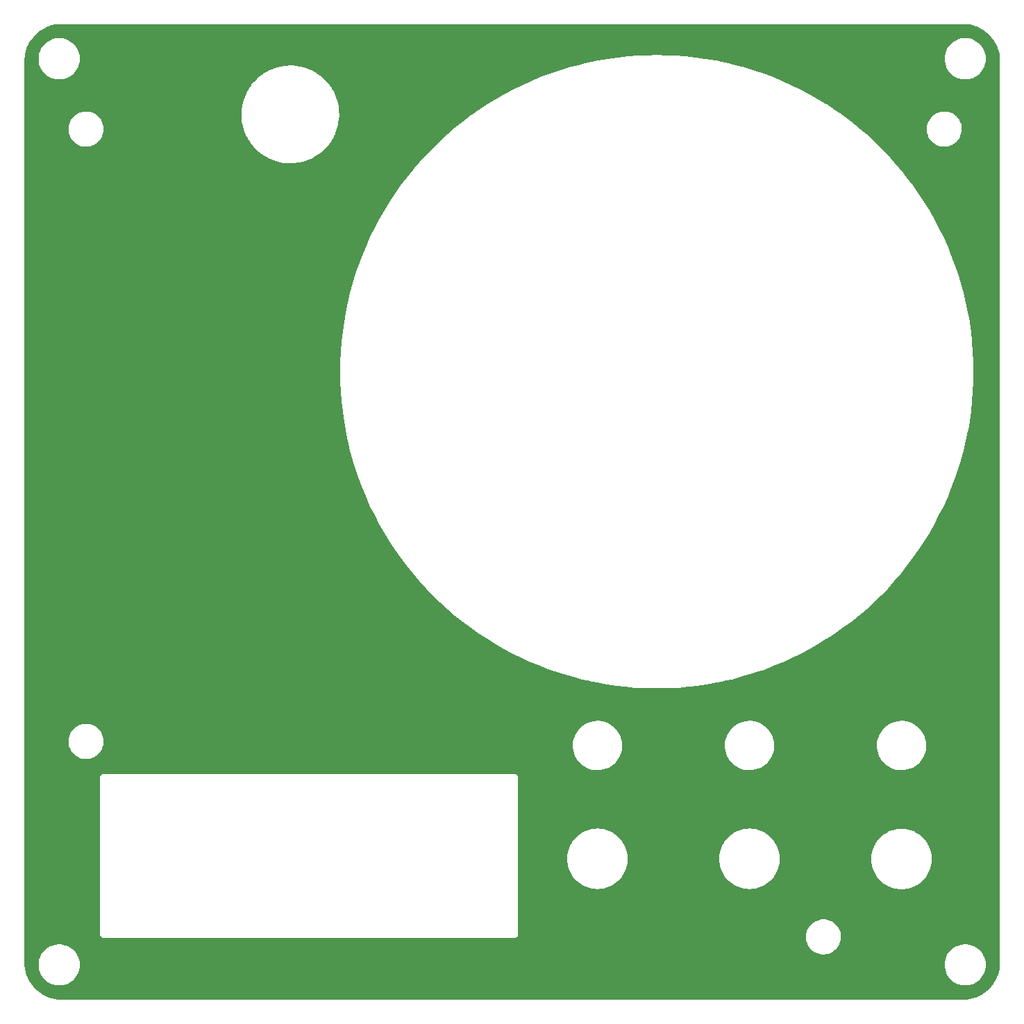
<source format=gbr>
%TF.GenerationSoftware,KiCad,Pcbnew,6.0.11+dfsg-1*%
%TF.CreationDate,2024-04-25T19:10:47-07:00*%
%TF.ProjectId,top_plate,746f705f-706c-4617-9465-2e6b69636164,rev?*%
%TF.SameCoordinates,Original*%
%TF.FileFunction,Copper,L2,Bot*%
%TF.FilePolarity,Positive*%
%FSLAX46Y46*%
G04 Gerber Fmt 4.6, Leading zero omitted, Abs format (unit mm)*
G04 Created by KiCad (PCBNEW 6.0.11+dfsg-1) date 2024-04-25 19:10:47*
%MOMM*%
%LPD*%
G01*
G04 APERTURE LIST*
G04 APERTURE END LIST*
%TA.AperFunction,NonConductor*%
G36*
X145154018Y-45238000D02*
G01*
X145168851Y-45240310D01*
X145168855Y-45240310D01*
X145177724Y-45241691D01*
X145198183Y-45239016D01*
X145220007Y-45238072D01*
X145569965Y-45253352D01*
X145580913Y-45254310D01*
X145958498Y-45304019D01*
X145969307Y-45305926D01*
X146341114Y-45388353D01*
X146351731Y-45391198D01*
X146714939Y-45505718D01*
X146725254Y-45509471D01*
X147077123Y-45655220D01*
X147087067Y-45659858D01*
X147424867Y-45835705D01*
X147434387Y-45841201D01*
X147755574Y-46045820D01*
X147764578Y-46052124D01*
X148066716Y-46283962D01*
X148075137Y-46291028D01*
X148355914Y-46548314D01*
X148363686Y-46556086D01*
X148620972Y-46836863D01*
X148628038Y-46845284D01*
X148859876Y-47147422D01*
X148866180Y-47156426D01*
X149070799Y-47477613D01*
X149076294Y-47487132D01*
X149216997Y-47757418D01*
X149252138Y-47824924D01*
X149256780Y-47834877D01*
X149402526Y-48186739D01*
X149406282Y-48197061D01*
X149519616Y-48556507D01*
X149520802Y-48560268D01*
X149523647Y-48570886D01*
X149606073Y-48942685D01*
X149607981Y-48953502D01*
X149644961Y-49234399D01*
X149657690Y-49331086D01*
X149658648Y-49342036D01*
X149673603Y-49684552D01*
X149672223Y-49709429D01*
X149670309Y-49721724D01*
X149671473Y-49730626D01*
X149671473Y-49730628D01*
X149674436Y-49753283D01*
X149675500Y-49769621D01*
X149675500Y-159678633D01*
X149674000Y-159698018D01*
X149671690Y-159712851D01*
X149671690Y-159712855D01*
X149670309Y-159721724D01*
X149672984Y-159742183D01*
X149673928Y-159764007D01*
X149664412Y-159981958D01*
X149658648Y-160113964D01*
X149657690Y-160124913D01*
X149618313Y-160424019D01*
X149607982Y-160502490D01*
X149606073Y-160513315D01*
X149523647Y-160885114D01*
X149520802Y-160895731D01*
X149427321Y-161192216D01*
X149406285Y-161258932D01*
X149402529Y-161269254D01*
X149299439Y-161518136D01*
X149256784Y-161621114D01*
X149252142Y-161631067D01*
X149103305Y-161916982D01*
X149076295Y-161968867D01*
X149070799Y-161978387D01*
X148866180Y-162299574D01*
X148859876Y-162308578D01*
X148628038Y-162610716D01*
X148620972Y-162619137D01*
X148363686Y-162899914D01*
X148355914Y-162907686D01*
X148075137Y-163164972D01*
X148066716Y-163172038D01*
X147764578Y-163403876D01*
X147755574Y-163410180D01*
X147434387Y-163614799D01*
X147424868Y-163620294D01*
X147087067Y-163796142D01*
X147077123Y-163800780D01*
X146725254Y-163946529D01*
X146714939Y-163950282D01*
X146351732Y-164064802D01*
X146341115Y-164067647D01*
X145969307Y-164150074D01*
X145958498Y-164151981D01*
X145580914Y-164201690D01*
X145569965Y-164202648D01*
X145227446Y-164217603D01*
X145202571Y-164216223D01*
X145190276Y-164214309D01*
X145181374Y-164215473D01*
X145181372Y-164215473D01*
X145166323Y-164217441D01*
X145158714Y-164218436D01*
X145142379Y-164219500D01*
X35233367Y-164219500D01*
X35213982Y-164218000D01*
X35199149Y-164215690D01*
X35199145Y-164215690D01*
X35190276Y-164214309D01*
X35169817Y-164216984D01*
X35147993Y-164217928D01*
X34798035Y-164202648D01*
X34787086Y-164201690D01*
X34409502Y-164151981D01*
X34398693Y-164150074D01*
X34026885Y-164067647D01*
X34016268Y-164064802D01*
X33653061Y-163950282D01*
X33642746Y-163946529D01*
X33290877Y-163800780D01*
X33280933Y-163796142D01*
X32943132Y-163620294D01*
X32933613Y-163614799D01*
X32612426Y-163410180D01*
X32603422Y-163403876D01*
X32301284Y-163172038D01*
X32292863Y-163164972D01*
X32012086Y-162907686D01*
X32004314Y-162899914D01*
X31747028Y-162619137D01*
X31739962Y-162610716D01*
X31508124Y-162308578D01*
X31501820Y-162299574D01*
X31297201Y-161978387D01*
X31291705Y-161968867D01*
X31264695Y-161916982D01*
X31115858Y-161631067D01*
X31111216Y-161621114D01*
X31068562Y-161518136D01*
X30965471Y-161269254D01*
X30961715Y-161258932D01*
X30940680Y-161192216D01*
X30847198Y-160895731D01*
X30844353Y-160885114D01*
X30761927Y-160513315D01*
X30760018Y-160502490D01*
X30749688Y-160424019D01*
X30710310Y-160124913D01*
X30709352Y-160113964D01*
X30703588Y-159981958D01*
X30703415Y-159978000D01*
X32420540Y-159978000D01*
X32440359Y-160293020D01*
X32499505Y-160603072D01*
X32500732Y-160606848D01*
X32592892Y-160890486D01*
X32597044Y-160903266D01*
X32598731Y-160906852D01*
X32598733Y-160906856D01*
X32729750Y-161185283D01*
X32729754Y-161185290D01*
X32731438Y-161188869D01*
X32900568Y-161455375D01*
X33101767Y-161698582D01*
X33331860Y-161914654D01*
X33587221Y-162100184D01*
X33863821Y-162252247D01*
X33867490Y-162253700D01*
X33867495Y-162253702D01*
X34115763Y-162351998D01*
X34157298Y-162368443D01*
X34463025Y-162446940D01*
X34776179Y-162486500D01*
X35091821Y-162486500D01*
X35404975Y-162446940D01*
X35710702Y-162368443D01*
X35752237Y-162351998D01*
X36000505Y-162253702D01*
X36000510Y-162253700D01*
X36004179Y-162252247D01*
X36280779Y-162100184D01*
X36536140Y-161914654D01*
X36766233Y-161698582D01*
X36967432Y-161455375D01*
X37136562Y-161188869D01*
X37138246Y-161185290D01*
X37138250Y-161185283D01*
X37269267Y-160906856D01*
X37269269Y-160906852D01*
X37270956Y-160903266D01*
X37275109Y-160890486D01*
X37367268Y-160606848D01*
X37368495Y-160603072D01*
X37427641Y-160293020D01*
X37447460Y-159978000D01*
X142920540Y-159978000D01*
X142940359Y-160293020D01*
X142999505Y-160603072D01*
X143000732Y-160606848D01*
X143092892Y-160890486D01*
X143097044Y-160903266D01*
X143098731Y-160906852D01*
X143098733Y-160906856D01*
X143229750Y-161185283D01*
X143229754Y-161185290D01*
X143231438Y-161188869D01*
X143400568Y-161455375D01*
X143601767Y-161698582D01*
X143831860Y-161914654D01*
X144087221Y-162100184D01*
X144363821Y-162252247D01*
X144367490Y-162253700D01*
X144367495Y-162253702D01*
X144615763Y-162351998D01*
X144657298Y-162368443D01*
X144963025Y-162446940D01*
X145276179Y-162486500D01*
X145591821Y-162486500D01*
X145904975Y-162446940D01*
X146210702Y-162368443D01*
X146252237Y-162351998D01*
X146500505Y-162253702D01*
X146500510Y-162253700D01*
X146504179Y-162252247D01*
X146780779Y-162100184D01*
X147036140Y-161914654D01*
X147266233Y-161698582D01*
X147467432Y-161455375D01*
X147636562Y-161188869D01*
X147638246Y-161185290D01*
X147638250Y-161185283D01*
X147769267Y-160906856D01*
X147769269Y-160906852D01*
X147770956Y-160903266D01*
X147775109Y-160890486D01*
X147867268Y-160606848D01*
X147868495Y-160603072D01*
X147927641Y-160293020D01*
X147947460Y-159978000D01*
X147927641Y-159662980D01*
X147868495Y-159352928D01*
X147770956Y-159052734D01*
X147764667Y-159039369D01*
X147638250Y-158770717D01*
X147638246Y-158770710D01*
X147636562Y-158767131D01*
X147467432Y-158500625D01*
X147266233Y-158257418D01*
X147036140Y-158041346D01*
X146780779Y-157855816D01*
X146538000Y-157722346D01*
X146507648Y-157705660D01*
X146507647Y-157705659D01*
X146504179Y-157703753D01*
X146500510Y-157702300D01*
X146500505Y-157702298D01*
X146214372Y-157589010D01*
X146214371Y-157589010D01*
X146210702Y-157587557D01*
X145904975Y-157509060D01*
X145591821Y-157469500D01*
X145276179Y-157469500D01*
X144963025Y-157509060D01*
X144657298Y-157587557D01*
X144653629Y-157589010D01*
X144653628Y-157589010D01*
X144367495Y-157702298D01*
X144367490Y-157702300D01*
X144363821Y-157703753D01*
X144360353Y-157705659D01*
X144360352Y-157705660D01*
X144330001Y-157722346D01*
X144087221Y-157855816D01*
X143831860Y-158041346D01*
X143601767Y-158257418D01*
X143400568Y-158500625D01*
X143231438Y-158767131D01*
X143229754Y-158770710D01*
X143229750Y-158770717D01*
X143103333Y-159039369D01*
X143097044Y-159052734D01*
X142999505Y-159352928D01*
X142940359Y-159662980D01*
X142922833Y-159941559D01*
X142920540Y-159978000D01*
X37447460Y-159978000D01*
X37427641Y-159662980D01*
X37368495Y-159352928D01*
X37270956Y-159052734D01*
X37264667Y-159039369D01*
X37138250Y-158770717D01*
X37138246Y-158770710D01*
X37136562Y-158767131D01*
X36967432Y-158500625D01*
X36766233Y-158257418D01*
X36536140Y-158041346D01*
X36280779Y-157855816D01*
X36038000Y-157722346D01*
X36007648Y-157705660D01*
X36007647Y-157705659D01*
X36004179Y-157703753D01*
X36000510Y-157702300D01*
X36000505Y-157702298D01*
X35714372Y-157589010D01*
X35714371Y-157589010D01*
X35710702Y-157587557D01*
X35404975Y-157509060D01*
X35091821Y-157469500D01*
X34776179Y-157469500D01*
X34463025Y-157509060D01*
X34157298Y-157587557D01*
X34153629Y-157589010D01*
X34153628Y-157589010D01*
X33867495Y-157702298D01*
X33867490Y-157702300D01*
X33863821Y-157703753D01*
X33860353Y-157705659D01*
X33860352Y-157705660D01*
X33830001Y-157722346D01*
X33587221Y-157855816D01*
X33331860Y-158041346D01*
X33101767Y-158257418D01*
X32900568Y-158500625D01*
X32731438Y-158767131D01*
X32729754Y-158770710D01*
X32729750Y-158770717D01*
X32603333Y-159039369D01*
X32597044Y-159052734D01*
X32499505Y-159352928D01*
X32440359Y-159662980D01*
X32422833Y-159941559D01*
X32420540Y-159978000D01*
X30703415Y-159978000D01*
X30694561Y-159775206D01*
X30696188Y-159748805D01*
X30696769Y-159745352D01*
X30696770Y-159745345D01*
X30697576Y-159740552D01*
X30697729Y-159728000D01*
X30693773Y-159700376D01*
X30692500Y-159682514D01*
X30692500Y-156272721D01*
X39886024Y-156272721D01*
X39888491Y-156281352D01*
X39894150Y-156301153D01*
X39897728Y-156317915D01*
X39901920Y-156347187D01*
X39905634Y-156355355D01*
X39905634Y-156355356D01*
X39912548Y-156370562D01*
X39918996Y-156388086D01*
X39926051Y-156412771D01*
X39930843Y-156420365D01*
X39930844Y-156420368D01*
X39941830Y-156437780D01*
X39949969Y-156452863D01*
X39962208Y-156479782D01*
X39968069Y-156486584D01*
X39978970Y-156499235D01*
X39990073Y-156514239D01*
X40003776Y-156535958D01*
X40010501Y-156541897D01*
X40010504Y-156541901D01*
X40025938Y-156555532D01*
X40037982Y-156567724D01*
X40051427Y-156583327D01*
X40051430Y-156583329D01*
X40057287Y-156590127D01*
X40064816Y-156595007D01*
X40064817Y-156595008D01*
X40078835Y-156604094D01*
X40093709Y-156615385D01*
X40106217Y-156626431D01*
X40112951Y-156632378D01*
X40139711Y-156644942D01*
X40154691Y-156653263D01*
X40171983Y-156664471D01*
X40171988Y-156664473D01*
X40179515Y-156669352D01*
X40188108Y-156671922D01*
X40188113Y-156671924D01*
X40204120Y-156676711D01*
X40221564Y-156683372D01*
X40236676Y-156690467D01*
X40236678Y-156690468D01*
X40244800Y-156694281D01*
X40253667Y-156695662D01*
X40253668Y-156695662D01*
X40256353Y-156696080D01*
X40274017Y-156698830D01*
X40290732Y-156702613D01*
X40310466Y-156708515D01*
X40310472Y-156708516D01*
X40319066Y-156711086D01*
X40328037Y-156711141D01*
X40328038Y-156711141D01*
X40338097Y-156711202D01*
X40353506Y-156711296D01*
X40354289Y-156711329D01*
X40355386Y-156711500D01*
X40386377Y-156711500D01*
X40387147Y-156711502D01*
X40460785Y-156711952D01*
X40460786Y-156711952D01*
X40464721Y-156711976D01*
X40466065Y-156711592D01*
X40467410Y-156711500D01*
X90386377Y-156711500D01*
X90387148Y-156711502D01*
X90464721Y-156711976D01*
X90493152Y-156703850D01*
X90509915Y-156700272D01*
X90510753Y-156700152D01*
X90539187Y-156696080D01*
X90562564Y-156685451D01*
X90580087Y-156679004D01*
X90604771Y-156671949D01*
X90612365Y-156667157D01*
X90612368Y-156667156D01*
X90629780Y-156656170D01*
X90644865Y-156648030D01*
X90671782Y-156635792D01*
X90691235Y-156619030D01*
X90706239Y-156607927D01*
X90727958Y-156594224D01*
X90733897Y-156587499D01*
X90733901Y-156587496D01*
X90747532Y-156572062D01*
X90759724Y-156560018D01*
X90775025Y-156546833D01*
X125997666Y-156546833D01*
X126014466Y-156838196D01*
X126015291Y-156842401D01*
X126015292Y-156842409D01*
X126051360Y-157026248D01*
X126070653Y-157124584D01*
X126165187Y-157400696D01*
X126167112Y-157404523D01*
X126167113Y-157404526D01*
X126284419Y-157637764D01*
X126296319Y-157661424D01*
X126461623Y-157901943D01*
X126464510Y-157905116D01*
X126464511Y-157905117D01*
X126511881Y-157957176D01*
X126658040Y-158117802D01*
X126661329Y-158120552D01*
X126878643Y-158302255D01*
X126878648Y-158302259D01*
X126881935Y-158305007D01*
X127005550Y-158382550D01*
X127125525Y-158457811D01*
X127125529Y-158457813D01*
X127129165Y-158460094D01*
X127202307Y-158493119D01*
X127391243Y-158578428D01*
X127391247Y-158578430D01*
X127395155Y-158580194D01*
X127399275Y-158581414D01*
X127399274Y-158581414D01*
X127670871Y-158661865D01*
X127670875Y-158661866D01*
X127674984Y-158663083D01*
X127679218Y-158663731D01*
X127679223Y-158663732D01*
X127932504Y-158702489D01*
X127963473Y-158707228D01*
X128112064Y-158709562D01*
X128250993Y-158711745D01*
X128250999Y-158711745D01*
X128255284Y-158711812D01*
X128545018Y-158676750D01*
X128827312Y-158602692D01*
X128831272Y-158601052D01*
X128831277Y-158601050D01*
X128976485Y-158540903D01*
X129096943Y-158491007D01*
X129146823Y-158461860D01*
X129345215Y-158345929D01*
X129345217Y-158345927D01*
X129348923Y-158343762D01*
X129578588Y-158163682D01*
X129626124Y-158114629D01*
X129778705Y-157957176D01*
X129781688Y-157954098D01*
X129784221Y-157950650D01*
X129784225Y-157950645D01*
X129951927Y-157722346D01*
X129954465Y-157718891D01*
X129963474Y-157702298D01*
X130091672Y-157466186D01*
X130091673Y-157466184D01*
X130093722Y-157462410D01*
X130196883Y-157189404D01*
X130262038Y-156904923D01*
X130281625Y-156685452D01*
X130287761Y-156616698D01*
X130287761Y-156616694D01*
X130287981Y-156614231D01*
X130288452Y-156569300D01*
X130284020Y-156504291D01*
X130268894Y-156282406D01*
X130268893Y-156282400D01*
X130268602Y-156278129D01*
X130265624Y-156263746D01*
X130210288Y-155996542D01*
X130209419Y-155992345D01*
X130111998Y-155717238D01*
X129978143Y-155457898D01*
X129972110Y-155449313D01*
X129812792Y-155222628D01*
X129810329Y-155219123D01*
X129611663Y-155005333D01*
X129608347Y-155002619D01*
X129608344Y-155002616D01*
X129389138Y-154823198D01*
X129385820Y-154820482D01*
X129136979Y-154667993D01*
X129133043Y-154666265D01*
X128873674Y-154552409D01*
X128873670Y-154552408D01*
X128869746Y-154550685D01*
X128589065Y-154470731D01*
X128373246Y-154440016D01*
X128304381Y-154430215D01*
X128304379Y-154430215D01*
X128300129Y-154429610D01*
X128146252Y-154428804D01*
X128012572Y-154428104D01*
X128012566Y-154428104D01*
X128008286Y-154428082D01*
X128004042Y-154428641D01*
X128004038Y-154428641D01*
X127877107Y-154445352D01*
X127718936Y-154466175D01*
X127437432Y-154543186D01*
X127168985Y-154657688D01*
X127017873Y-154748127D01*
X126922243Y-154805360D01*
X126922239Y-154805363D01*
X126918561Y-154807564D01*
X126690795Y-154990039D01*
X126489901Y-155201737D01*
X126319596Y-155438742D01*
X126183032Y-155696666D01*
X126082736Y-155970738D01*
X126020564Y-156255886D01*
X125998212Y-156539892D01*
X125997666Y-156546833D01*
X90775025Y-156546833D01*
X90775327Y-156546573D01*
X90775329Y-156546570D01*
X90782127Y-156540713D01*
X90796094Y-156519165D01*
X90807385Y-156504291D01*
X90818431Y-156491783D01*
X90818432Y-156491782D01*
X90824378Y-156485049D01*
X90836943Y-156458287D01*
X90845263Y-156443309D01*
X90856471Y-156426017D01*
X90856473Y-156426012D01*
X90861352Y-156418485D01*
X90863922Y-156409892D01*
X90863924Y-156409887D01*
X90868711Y-156393880D01*
X90875372Y-156376436D01*
X90882467Y-156361324D01*
X90882468Y-156361322D01*
X90886281Y-156353200D01*
X90890830Y-156323983D01*
X90894613Y-156307268D01*
X90900515Y-156287534D01*
X90900516Y-156287528D01*
X90903086Y-156278934D01*
X90903296Y-156244494D01*
X90903329Y-156243711D01*
X90903500Y-156242614D01*
X90903500Y-156211623D01*
X90903502Y-156210853D01*
X90903952Y-156137215D01*
X90903952Y-156137214D01*
X90903976Y-156133279D01*
X90903592Y-156131935D01*
X90903500Y-156130590D01*
X90903500Y-147048100D01*
X96895445Y-147048100D01*
X96915651Y-147433659D01*
X96916164Y-147436899D01*
X96916165Y-147436907D01*
X96943970Y-147612457D01*
X96976049Y-147814994D01*
X97075976Y-148187926D01*
X97214337Y-148548370D01*
X97215835Y-148551310D01*
X97378670Y-148870890D01*
X97389618Y-148892377D01*
X97391414Y-148895143D01*
X97391416Y-148895146D01*
X97472709Y-149020326D01*
X97599896Y-149216178D01*
X97842869Y-149516225D01*
X98115875Y-149789231D01*
X98415922Y-150032204D01*
X98739722Y-150242482D01*
X98742656Y-150243977D01*
X98742663Y-150243981D01*
X99080790Y-150416265D01*
X99083730Y-150417763D01*
X99444174Y-150556124D01*
X99817106Y-150656051D01*
X100019643Y-150688130D01*
X100195193Y-150715935D01*
X100195201Y-150715936D01*
X100198441Y-150716449D01*
X100584000Y-150736655D01*
X100969559Y-150716449D01*
X100972799Y-150715936D01*
X100972807Y-150715935D01*
X101148357Y-150688130D01*
X101350894Y-150656051D01*
X101723826Y-150556124D01*
X102084270Y-150417763D01*
X102087210Y-150416265D01*
X102425337Y-150243981D01*
X102425344Y-150243977D01*
X102428278Y-150242482D01*
X102752078Y-150032204D01*
X103052125Y-149789231D01*
X103325131Y-149516225D01*
X103568104Y-149216178D01*
X103695291Y-149020326D01*
X103776584Y-148895146D01*
X103776586Y-148895143D01*
X103778382Y-148892377D01*
X103789331Y-148870890D01*
X103952165Y-148551310D01*
X103953663Y-148548370D01*
X104092024Y-148187926D01*
X104191951Y-147814994D01*
X104224030Y-147612457D01*
X104251835Y-147436907D01*
X104251836Y-147436899D01*
X104252349Y-147433659D01*
X104272555Y-147048100D01*
X115437445Y-147048100D01*
X115457651Y-147433659D01*
X115458164Y-147436899D01*
X115458165Y-147436907D01*
X115485970Y-147612457D01*
X115518049Y-147814994D01*
X115617976Y-148187926D01*
X115756337Y-148548370D01*
X115757835Y-148551310D01*
X115920670Y-148870890D01*
X115931618Y-148892377D01*
X115933414Y-148895143D01*
X115933416Y-148895146D01*
X116014709Y-149020326D01*
X116141896Y-149216178D01*
X116384869Y-149516225D01*
X116657875Y-149789231D01*
X116957922Y-150032204D01*
X117281722Y-150242482D01*
X117284656Y-150243977D01*
X117284663Y-150243981D01*
X117622790Y-150416265D01*
X117625730Y-150417763D01*
X117986174Y-150556124D01*
X118359106Y-150656051D01*
X118561643Y-150688130D01*
X118737193Y-150715935D01*
X118737201Y-150715936D01*
X118740441Y-150716449D01*
X119126000Y-150736655D01*
X119511559Y-150716449D01*
X119514799Y-150715936D01*
X119514807Y-150715935D01*
X119690357Y-150688130D01*
X119892894Y-150656051D01*
X120265826Y-150556124D01*
X120626270Y-150417763D01*
X120629210Y-150416265D01*
X120967337Y-150243981D01*
X120967344Y-150243977D01*
X120970278Y-150242482D01*
X121294078Y-150032204D01*
X121594125Y-149789231D01*
X121867131Y-149516225D01*
X122110104Y-149216178D01*
X122237291Y-149020326D01*
X122318584Y-148895146D01*
X122318586Y-148895143D01*
X122320382Y-148892377D01*
X122331331Y-148870890D01*
X122494165Y-148551310D01*
X122495663Y-148548370D01*
X122634024Y-148187926D01*
X122733951Y-147814994D01*
X122766030Y-147612457D01*
X122793835Y-147436907D01*
X122793836Y-147436899D01*
X122794349Y-147433659D01*
X122813617Y-147066000D01*
X133979445Y-147066000D01*
X133999651Y-147451559D01*
X134060049Y-147832894D01*
X134159976Y-148205826D01*
X134298337Y-148566270D01*
X134299835Y-148569210D01*
X134462999Y-148889436D01*
X134473618Y-148910277D01*
X134683896Y-149234078D01*
X134926869Y-149534125D01*
X135199875Y-149807131D01*
X135499922Y-150050104D01*
X135502697Y-150051906D01*
X135798467Y-150243981D01*
X135823722Y-150260382D01*
X135826656Y-150261877D01*
X135826663Y-150261881D01*
X136129659Y-150416265D01*
X136167730Y-150435663D01*
X136528174Y-150574024D01*
X136901106Y-150673951D01*
X137103643Y-150706030D01*
X137279193Y-150733835D01*
X137279201Y-150733836D01*
X137282441Y-150734349D01*
X137668000Y-150754555D01*
X138053559Y-150734349D01*
X138056799Y-150733836D01*
X138056807Y-150733835D01*
X138232357Y-150706030D01*
X138434894Y-150673951D01*
X138807826Y-150574024D01*
X139168270Y-150435663D01*
X139206341Y-150416265D01*
X139509337Y-150261881D01*
X139509344Y-150261877D01*
X139512278Y-150260382D01*
X139537534Y-150243981D01*
X139833303Y-150051906D01*
X139836078Y-150050104D01*
X140136125Y-149807131D01*
X140409131Y-149534125D01*
X140652104Y-149234078D01*
X140862382Y-148910277D01*
X140873002Y-148889436D01*
X141036165Y-148569210D01*
X141037663Y-148566270D01*
X141176024Y-148205826D01*
X141275951Y-147832894D01*
X141336349Y-147451559D01*
X141356555Y-147066000D01*
X141336349Y-146680441D01*
X141333000Y-146659293D01*
X141276467Y-146302367D01*
X141275951Y-146299106D01*
X141176024Y-145926174D01*
X141037663Y-145565730D01*
X141011737Y-145514848D01*
X140863881Y-145224664D01*
X140863877Y-145224657D01*
X140862382Y-145221723D01*
X140848960Y-145201054D01*
X140653906Y-144900697D01*
X140652104Y-144897922D01*
X140409131Y-144597875D01*
X140136125Y-144324869D01*
X139836078Y-144081896D01*
X139512278Y-143871618D01*
X139509344Y-143870123D01*
X139509337Y-143870119D01*
X139171210Y-143697835D01*
X139168270Y-143696337D01*
X138807826Y-143557976D01*
X138434894Y-143458049D01*
X138232357Y-143425970D01*
X138056807Y-143398165D01*
X138056799Y-143398164D01*
X138053559Y-143397651D01*
X137668000Y-143377445D01*
X137282441Y-143397651D01*
X137279201Y-143398164D01*
X137279193Y-143398165D01*
X137103643Y-143425970D01*
X136901106Y-143458049D01*
X136528174Y-143557976D01*
X136167730Y-143696337D01*
X136164790Y-143697835D01*
X135826664Y-143870119D01*
X135826657Y-143870123D01*
X135823723Y-143871618D01*
X135499922Y-144081896D01*
X135199875Y-144324869D01*
X134926869Y-144597875D01*
X134683896Y-144897922D01*
X134682094Y-144900697D01*
X134487041Y-145201054D01*
X134473618Y-145221723D01*
X134472123Y-145224657D01*
X134472119Y-145224664D01*
X134324263Y-145514848D01*
X134298337Y-145565730D01*
X134159976Y-145926174D01*
X134060049Y-146299106D01*
X134059533Y-146302367D01*
X134003001Y-146659293D01*
X133999651Y-146680441D01*
X133980908Y-147038077D01*
X133979445Y-147066000D01*
X122813617Y-147066000D01*
X122814555Y-147048100D01*
X122794349Y-146662541D01*
X122733951Y-146281206D01*
X122634024Y-145908274D01*
X122495663Y-145547830D01*
X122370718Y-145302612D01*
X122321881Y-145206764D01*
X122321877Y-145206757D01*
X122320382Y-145203823D01*
X122236782Y-145075089D01*
X122111906Y-144882797D01*
X122110104Y-144880022D01*
X121867131Y-144579975D01*
X121594125Y-144306969D01*
X121294078Y-144063996D01*
X121184884Y-143993085D01*
X120973047Y-143855516D01*
X120973044Y-143855514D01*
X120970278Y-143853718D01*
X120967344Y-143852223D01*
X120967337Y-143852219D01*
X120629210Y-143679935D01*
X120626270Y-143678437D01*
X120265826Y-143540076D01*
X119892894Y-143440149D01*
X119627820Y-143398165D01*
X119514807Y-143380265D01*
X119514799Y-143380264D01*
X119511559Y-143379751D01*
X119126000Y-143359545D01*
X118740441Y-143379751D01*
X118737201Y-143380264D01*
X118737193Y-143380265D01*
X118624180Y-143398165D01*
X118359106Y-143440149D01*
X117986174Y-143540076D01*
X117625730Y-143678437D01*
X117622790Y-143679935D01*
X117284664Y-143852219D01*
X117284657Y-143852223D01*
X117281723Y-143853718D01*
X117278957Y-143855514D01*
X117278954Y-143855516D01*
X117065166Y-143994351D01*
X116957922Y-144063996D01*
X116657875Y-144306969D01*
X116384869Y-144579975D01*
X116141896Y-144880022D01*
X116140094Y-144882797D01*
X116015219Y-145075089D01*
X115931618Y-145203823D01*
X115930123Y-145206757D01*
X115930119Y-145206764D01*
X115881282Y-145302612D01*
X115756337Y-145547830D01*
X115617976Y-145908274D01*
X115518049Y-146281206D01*
X115457651Y-146662541D01*
X115438908Y-147020177D01*
X115437445Y-147048100D01*
X104272555Y-147048100D01*
X104252349Y-146662541D01*
X104191951Y-146281206D01*
X104092024Y-145908274D01*
X103953663Y-145547830D01*
X103828718Y-145302612D01*
X103779881Y-145206764D01*
X103779877Y-145206757D01*
X103778382Y-145203823D01*
X103694782Y-145075089D01*
X103569906Y-144882797D01*
X103568104Y-144880022D01*
X103325131Y-144579975D01*
X103052125Y-144306969D01*
X102752078Y-144063996D01*
X102642884Y-143993085D01*
X102431047Y-143855516D01*
X102431044Y-143855514D01*
X102428278Y-143853718D01*
X102425344Y-143852223D01*
X102425337Y-143852219D01*
X102087210Y-143679935D01*
X102084270Y-143678437D01*
X101723826Y-143540076D01*
X101350894Y-143440149D01*
X101085820Y-143398165D01*
X100972807Y-143380265D01*
X100972799Y-143380264D01*
X100969559Y-143379751D01*
X100584000Y-143359545D01*
X100198441Y-143379751D01*
X100195201Y-143380264D01*
X100195193Y-143380265D01*
X100082180Y-143398165D01*
X99817106Y-143440149D01*
X99444174Y-143540076D01*
X99083730Y-143678437D01*
X99080790Y-143679935D01*
X98742664Y-143852219D01*
X98742657Y-143852223D01*
X98739723Y-143853718D01*
X98736957Y-143855514D01*
X98736954Y-143855516D01*
X98523166Y-143994351D01*
X98415922Y-144063996D01*
X98115875Y-144306969D01*
X97842869Y-144579975D01*
X97599896Y-144880022D01*
X97598094Y-144882797D01*
X97473219Y-145075089D01*
X97389618Y-145203823D01*
X97388123Y-145206757D01*
X97388119Y-145206764D01*
X97339282Y-145302612D01*
X97214337Y-145547830D01*
X97075976Y-145908274D01*
X96976049Y-146281206D01*
X96915651Y-146662541D01*
X96896908Y-147020177D01*
X96895445Y-147048100D01*
X90903500Y-147048100D01*
X90903500Y-137211623D01*
X90903502Y-137210853D01*
X90903800Y-137162102D01*
X90903976Y-137133279D01*
X90895850Y-137104847D01*
X90892272Y-137088085D01*
X90889352Y-137067698D01*
X90888080Y-137058813D01*
X90877451Y-137035436D01*
X90871004Y-137017913D01*
X90866416Y-137001862D01*
X90863949Y-136993229D01*
X90859156Y-136985632D01*
X90848170Y-136968220D01*
X90840030Y-136953135D01*
X90837564Y-136947711D01*
X90827792Y-136926218D01*
X90811030Y-136906765D01*
X90799927Y-136891761D01*
X90786224Y-136870042D01*
X90779499Y-136864103D01*
X90779496Y-136864099D01*
X90764062Y-136850468D01*
X90752018Y-136838276D01*
X90738573Y-136822673D01*
X90738570Y-136822671D01*
X90732713Y-136815873D01*
X90719009Y-136806990D01*
X90711165Y-136801906D01*
X90696291Y-136790615D01*
X90683783Y-136779569D01*
X90683782Y-136779568D01*
X90677049Y-136773622D01*
X90650287Y-136761057D01*
X90635309Y-136752737D01*
X90618017Y-136741529D01*
X90618012Y-136741527D01*
X90610485Y-136736648D01*
X90601892Y-136734078D01*
X90601887Y-136734076D01*
X90585880Y-136729289D01*
X90568436Y-136722628D01*
X90553324Y-136715533D01*
X90553322Y-136715532D01*
X90545200Y-136711719D01*
X90536333Y-136710338D01*
X90536332Y-136710338D01*
X90525478Y-136708648D01*
X90515983Y-136707170D01*
X90499268Y-136703387D01*
X90479534Y-136697485D01*
X90479528Y-136697484D01*
X90470934Y-136694914D01*
X90461963Y-136694859D01*
X90461962Y-136694859D01*
X90451903Y-136694798D01*
X90436494Y-136694704D01*
X90435711Y-136694671D01*
X90434614Y-136694500D01*
X90403623Y-136694500D01*
X90402853Y-136694498D01*
X90329215Y-136694048D01*
X90329214Y-136694048D01*
X90325279Y-136694024D01*
X90323935Y-136694408D01*
X90322590Y-136694500D01*
X40403623Y-136694500D01*
X40402853Y-136694498D01*
X40402037Y-136694493D01*
X40325279Y-136694024D01*
X40302918Y-136700415D01*
X40296847Y-136702150D01*
X40280085Y-136705728D01*
X40250813Y-136709920D01*
X40242645Y-136713634D01*
X40242644Y-136713634D01*
X40227438Y-136720548D01*
X40209914Y-136726996D01*
X40185229Y-136734051D01*
X40177635Y-136738843D01*
X40177632Y-136738844D01*
X40160220Y-136749830D01*
X40145137Y-136757969D01*
X40118218Y-136770208D01*
X40111416Y-136776069D01*
X40098765Y-136786970D01*
X40083761Y-136798073D01*
X40062042Y-136811776D01*
X40056103Y-136818501D01*
X40056099Y-136818504D01*
X40042468Y-136833938D01*
X40030276Y-136845982D01*
X40014673Y-136859427D01*
X40014671Y-136859430D01*
X40007873Y-136865287D01*
X40002993Y-136872816D01*
X40002992Y-136872817D01*
X39993906Y-136886835D01*
X39982615Y-136901709D01*
X39971569Y-136914217D01*
X39965622Y-136920951D01*
X39959312Y-136934391D01*
X39953058Y-136947711D01*
X39944737Y-136962691D01*
X39933529Y-136979983D01*
X39933527Y-136979988D01*
X39928648Y-136987515D01*
X39926078Y-136996108D01*
X39926076Y-136996113D01*
X39921289Y-137012120D01*
X39914628Y-137029564D01*
X39907533Y-137044676D01*
X39903719Y-137052800D01*
X39902338Y-137061667D01*
X39902338Y-137061668D01*
X39899170Y-137082015D01*
X39895387Y-137098732D01*
X39889485Y-137118466D01*
X39889484Y-137118472D01*
X39886914Y-137127066D01*
X39886859Y-137136037D01*
X39886859Y-137136038D01*
X39886704Y-137161497D01*
X39886671Y-137162289D01*
X39886500Y-137163386D01*
X39886500Y-137194377D01*
X39886498Y-137195147D01*
X39886024Y-137272721D01*
X39886408Y-137274065D01*
X39886500Y-137275410D01*
X39886500Y-156194377D01*
X39886498Y-156195147D01*
X39886024Y-156272721D01*
X30692500Y-156272721D01*
X30692500Y-132705333D01*
X36065066Y-132705333D01*
X36081866Y-132996696D01*
X36082691Y-133000901D01*
X36082692Y-133000909D01*
X36110205Y-133141141D01*
X36138053Y-133283084D01*
X36139440Y-133287135D01*
X36187602Y-133427804D01*
X36232587Y-133559196D01*
X36234512Y-133563023D01*
X36234513Y-133563026D01*
X36338339Y-133769462D01*
X36363719Y-133819924D01*
X36529023Y-134060443D01*
X36531910Y-134063616D01*
X36531911Y-134063617D01*
X36579281Y-134115676D01*
X36725440Y-134276302D01*
X36728729Y-134279052D01*
X36946043Y-134460755D01*
X36946048Y-134460759D01*
X36949335Y-134463507D01*
X37072950Y-134541051D01*
X37192925Y-134616311D01*
X37192929Y-134616313D01*
X37196565Y-134618594D01*
X37329560Y-134678644D01*
X37458643Y-134736928D01*
X37458647Y-134736930D01*
X37462555Y-134738694D01*
X37466675Y-134739914D01*
X37466674Y-134739914D01*
X37738271Y-134820365D01*
X37738275Y-134820366D01*
X37742384Y-134821583D01*
X37746618Y-134822231D01*
X37746623Y-134822232D01*
X37999904Y-134860989D01*
X38030873Y-134865728D01*
X38179464Y-134868062D01*
X38318393Y-134870245D01*
X38318399Y-134870245D01*
X38322684Y-134870312D01*
X38612418Y-134835250D01*
X38894712Y-134761192D01*
X38898672Y-134759552D01*
X38898677Y-134759550D01*
X39072521Y-134687541D01*
X39164343Y-134649507D01*
X39214223Y-134620360D01*
X39412615Y-134504429D01*
X39412617Y-134504427D01*
X39416323Y-134502262D01*
X39645988Y-134322182D01*
X39693524Y-134273129D01*
X39846105Y-134115676D01*
X39849088Y-134112598D01*
X39851621Y-134109150D01*
X39851625Y-134109145D01*
X40019327Y-133880846D01*
X40021865Y-133877391D01*
X40023911Y-133873623D01*
X40159072Y-133624686D01*
X40159073Y-133624684D01*
X40161122Y-133620910D01*
X40264283Y-133347904D01*
X40311638Y-133141141D01*
X97571888Y-133141141D01*
X97571983Y-133144770D01*
X97571983Y-133144772D01*
X97572729Y-133173243D01*
X97572729Y-133173245D01*
X97579395Y-133427804D01*
X97580970Y-133487971D01*
X97629856Y-133831460D01*
X97717897Y-134167053D01*
X97843927Y-134490303D01*
X97845624Y-134493508D01*
X97979113Y-134745625D01*
X98006275Y-134796926D01*
X98008325Y-134799909D01*
X98008327Y-134799912D01*
X98200733Y-135079864D01*
X98200739Y-135079871D01*
X98202790Y-135082856D01*
X98430866Y-135344305D01*
X98433551Y-135346748D01*
X98643268Y-135537575D01*
X98687481Y-135577806D01*
X98969233Y-135780266D01*
X99272388Y-135949000D01*
X99592928Y-136081772D01*
X99596422Y-136082767D01*
X99596424Y-136082768D01*
X99923103Y-136175825D01*
X99923108Y-136175826D01*
X99926604Y-136176822D01*
X100123304Y-136209033D01*
X100265412Y-136232304D01*
X100265419Y-136232305D01*
X100268993Y-136232890D01*
X100442275Y-136241062D01*
X100611931Y-136249063D01*
X100611932Y-136249063D01*
X100615558Y-136249234D01*
X100624415Y-136248630D01*
X100958073Y-136225884D01*
X100958081Y-136225883D01*
X100961704Y-136225636D01*
X100965279Y-136224973D01*
X100965282Y-136224973D01*
X101299279Y-136163070D01*
X101299283Y-136163069D01*
X101302844Y-136162409D01*
X101634456Y-136060392D01*
X101952145Y-135920936D01*
X102196511Y-135778141D01*
X102248560Y-135747726D01*
X102248562Y-135747725D01*
X102251700Y-135745891D01*
X102254609Y-135743707D01*
X102526244Y-135539758D01*
X102526248Y-135539755D01*
X102529151Y-135537575D01*
X102780819Y-135298750D01*
X103003370Y-135032583D01*
X103193853Y-134742599D01*
X103325438Y-134480971D01*
X103348117Y-134435880D01*
X103348120Y-134435872D01*
X103349744Y-134432644D01*
X103350989Y-134429242D01*
X103467729Y-134110237D01*
X103467730Y-134110233D01*
X103468977Y-134106826D01*
X103469822Y-134103304D01*
X103469825Y-134103296D01*
X103549124Y-133772991D01*
X103549125Y-133772987D01*
X103549971Y-133769462D01*
X103551827Y-133754123D01*
X103591316Y-133427804D01*
X103591316Y-133427797D01*
X103591652Y-133425025D01*
X103597599Y-133235800D01*
X103597438Y-133233004D01*
X103592141Y-133141141D01*
X116113888Y-133141141D01*
X116113983Y-133144770D01*
X116113983Y-133144772D01*
X116114729Y-133173243D01*
X116114729Y-133173245D01*
X116121395Y-133427804D01*
X116122970Y-133487971D01*
X116171856Y-133831460D01*
X116259897Y-134167053D01*
X116385927Y-134490303D01*
X116387624Y-134493508D01*
X116521113Y-134745625D01*
X116548275Y-134796926D01*
X116550325Y-134799909D01*
X116550327Y-134799912D01*
X116742733Y-135079864D01*
X116742739Y-135079871D01*
X116744790Y-135082856D01*
X116972866Y-135344305D01*
X116975551Y-135346748D01*
X117185268Y-135537575D01*
X117229481Y-135577806D01*
X117511233Y-135780266D01*
X117814388Y-135949000D01*
X118134928Y-136081772D01*
X118138422Y-136082767D01*
X118138424Y-136082768D01*
X118465103Y-136175825D01*
X118465108Y-136175826D01*
X118468604Y-136176822D01*
X118665304Y-136209033D01*
X118807412Y-136232304D01*
X118807419Y-136232305D01*
X118810993Y-136232890D01*
X118984275Y-136241062D01*
X119153931Y-136249063D01*
X119153932Y-136249063D01*
X119157558Y-136249234D01*
X119166415Y-136248630D01*
X119500073Y-136225884D01*
X119500081Y-136225883D01*
X119503704Y-136225636D01*
X119507279Y-136224973D01*
X119507282Y-136224973D01*
X119841279Y-136163070D01*
X119841283Y-136163069D01*
X119844844Y-136162409D01*
X120176456Y-136060392D01*
X120494145Y-135920936D01*
X120738511Y-135778141D01*
X120790560Y-135747726D01*
X120790562Y-135747725D01*
X120793700Y-135745891D01*
X120796609Y-135743707D01*
X121068244Y-135539758D01*
X121068248Y-135539755D01*
X121071151Y-135537575D01*
X121322819Y-135298750D01*
X121545370Y-135032583D01*
X121735853Y-134742599D01*
X121867438Y-134480971D01*
X121890117Y-134435880D01*
X121890120Y-134435872D01*
X121891744Y-134432644D01*
X121892989Y-134429242D01*
X122009729Y-134110237D01*
X122009730Y-134110233D01*
X122010977Y-134106826D01*
X122011822Y-134103304D01*
X122011825Y-134103296D01*
X122091124Y-133772991D01*
X122091125Y-133772987D01*
X122091971Y-133769462D01*
X122093827Y-133754123D01*
X122133316Y-133427804D01*
X122133316Y-133427797D01*
X122133652Y-133425025D01*
X122139599Y-133235800D01*
X122139438Y-133233004D01*
X122134141Y-133141141D01*
X134655888Y-133141141D01*
X134655983Y-133144770D01*
X134655983Y-133144772D01*
X134656729Y-133173243D01*
X134656729Y-133173245D01*
X134663395Y-133427804D01*
X134664970Y-133487971D01*
X134713856Y-133831460D01*
X134801897Y-134167053D01*
X134927927Y-134490303D01*
X134929624Y-134493508D01*
X135063113Y-134745625D01*
X135090275Y-134796926D01*
X135092325Y-134799909D01*
X135092327Y-134799912D01*
X135284733Y-135079864D01*
X135284739Y-135079871D01*
X135286790Y-135082856D01*
X135514866Y-135344305D01*
X135517551Y-135346748D01*
X135727268Y-135537575D01*
X135771481Y-135577806D01*
X136053233Y-135780266D01*
X136356388Y-135949000D01*
X136676928Y-136081772D01*
X136680422Y-136082767D01*
X136680424Y-136082768D01*
X137007103Y-136175825D01*
X137007108Y-136175826D01*
X137010604Y-136176822D01*
X137207304Y-136209033D01*
X137349412Y-136232304D01*
X137349419Y-136232305D01*
X137352993Y-136232890D01*
X137526275Y-136241062D01*
X137695931Y-136249063D01*
X137695932Y-136249063D01*
X137699558Y-136249234D01*
X137708415Y-136248630D01*
X138042073Y-136225884D01*
X138042081Y-136225883D01*
X138045704Y-136225636D01*
X138049279Y-136224973D01*
X138049282Y-136224973D01*
X138383279Y-136163070D01*
X138383283Y-136163069D01*
X138386844Y-136162409D01*
X138718456Y-136060392D01*
X139036145Y-135920936D01*
X139280511Y-135778141D01*
X139332560Y-135747726D01*
X139332562Y-135747725D01*
X139335700Y-135745891D01*
X139338609Y-135743707D01*
X139610244Y-135539758D01*
X139610248Y-135539755D01*
X139613151Y-135537575D01*
X139864819Y-135298750D01*
X140087370Y-135032583D01*
X140277853Y-134742599D01*
X140409438Y-134480971D01*
X140432117Y-134435880D01*
X140432120Y-134435872D01*
X140433744Y-134432644D01*
X140434989Y-134429242D01*
X140551729Y-134110237D01*
X140551730Y-134110233D01*
X140552977Y-134106826D01*
X140553822Y-134103304D01*
X140553825Y-134103296D01*
X140633124Y-133772991D01*
X140633125Y-133772987D01*
X140633971Y-133769462D01*
X140635827Y-133754123D01*
X140675316Y-133427804D01*
X140675316Y-133427797D01*
X140675652Y-133425025D01*
X140681599Y-133235800D01*
X140681438Y-133233004D01*
X140661836Y-132893046D01*
X140661835Y-132893041D01*
X140661627Y-132889426D01*
X140641260Y-132772731D01*
X140602600Y-132551215D01*
X140602598Y-132551208D01*
X140601976Y-132547642D01*
X140586153Y-132494222D01*
X140527991Y-132297874D01*
X140503437Y-132214980D01*
X140502013Y-132211641D01*
X140368740Y-131899186D01*
X140368738Y-131899183D01*
X140367316Y-131895848D01*
X140358151Y-131879779D01*
X140197208Y-131597616D01*
X140195417Y-131594476D01*
X139990018Y-131314860D01*
X139753842Y-131060704D01*
X139490019Y-130835378D01*
X139202047Y-130641869D01*
X139170930Y-130625808D01*
X138896961Y-130484402D01*
X138893741Y-130482740D01*
X138569189Y-130360102D01*
X138565668Y-130359218D01*
X138565663Y-130359216D01*
X138404378Y-130318704D01*
X138232692Y-130275580D01*
X138210476Y-130272655D01*
X137892315Y-130230768D01*
X137892307Y-130230767D01*
X137888711Y-130230294D01*
X137744045Y-130228021D01*
X137545446Y-130224901D01*
X137545442Y-130224901D01*
X137541804Y-130224844D01*
X137538190Y-130225205D01*
X137538184Y-130225205D01*
X137294843Y-130249494D01*
X137196569Y-130259303D01*
X136857583Y-130333214D01*
X136854156Y-130334387D01*
X136854150Y-130334389D01*
X136775296Y-130361387D01*
X136529339Y-130445597D01*
X136216188Y-130594963D01*
X135922279Y-130779332D01*
X135919443Y-130781604D01*
X135919436Y-130781609D01*
X135691950Y-130963860D01*
X135651509Y-130996259D01*
X135407466Y-131242871D01*
X135405225Y-131245729D01*
X135315440Y-131360237D01*
X135193386Y-131515898D01*
X135191493Y-131518987D01*
X135191491Y-131518990D01*
X135145677Y-131593752D01*
X135012105Y-131811721D01*
X135010580Y-131815006D01*
X135010578Y-131815010D01*
X134971505Y-131899186D01*
X134866027Y-132126420D01*
X134757087Y-132455823D01*
X134756351Y-132459378D01*
X134756350Y-132459381D01*
X134688587Y-132786597D01*
X134686730Y-132795564D01*
X134686408Y-132799175D01*
X134659309Y-133102815D01*
X134655888Y-133141141D01*
X122134141Y-133141141D01*
X122119836Y-132893046D01*
X122119835Y-132893041D01*
X122119627Y-132889426D01*
X122099260Y-132772731D01*
X122060600Y-132551215D01*
X122060598Y-132551208D01*
X122059976Y-132547642D01*
X122044153Y-132494222D01*
X121985991Y-132297874D01*
X121961437Y-132214980D01*
X121960013Y-132211641D01*
X121826740Y-131899186D01*
X121826738Y-131899183D01*
X121825316Y-131895848D01*
X121816151Y-131879779D01*
X121655208Y-131597616D01*
X121653417Y-131594476D01*
X121448018Y-131314860D01*
X121211842Y-131060704D01*
X120948019Y-130835378D01*
X120660047Y-130641869D01*
X120628930Y-130625808D01*
X120354961Y-130484402D01*
X120351741Y-130482740D01*
X120027189Y-130360102D01*
X120023668Y-130359218D01*
X120023663Y-130359216D01*
X119862378Y-130318704D01*
X119690692Y-130275580D01*
X119668476Y-130272655D01*
X119350315Y-130230768D01*
X119350307Y-130230767D01*
X119346711Y-130230294D01*
X119202045Y-130228021D01*
X119003446Y-130224901D01*
X119003442Y-130224901D01*
X118999804Y-130224844D01*
X118996190Y-130225205D01*
X118996184Y-130225205D01*
X118752843Y-130249494D01*
X118654569Y-130259303D01*
X118315583Y-130333214D01*
X118312156Y-130334387D01*
X118312150Y-130334389D01*
X118233296Y-130361387D01*
X117987339Y-130445597D01*
X117674188Y-130594963D01*
X117380279Y-130779332D01*
X117377443Y-130781604D01*
X117377436Y-130781609D01*
X117149950Y-130963860D01*
X117109509Y-130996259D01*
X116865466Y-131242871D01*
X116863225Y-131245729D01*
X116773440Y-131360237D01*
X116651386Y-131515898D01*
X116649493Y-131518987D01*
X116649491Y-131518990D01*
X116603677Y-131593752D01*
X116470105Y-131811721D01*
X116468580Y-131815006D01*
X116468578Y-131815010D01*
X116429505Y-131899186D01*
X116324027Y-132126420D01*
X116215087Y-132455823D01*
X116214351Y-132459378D01*
X116214350Y-132459381D01*
X116146587Y-132786597D01*
X116144730Y-132795564D01*
X116144408Y-132799175D01*
X116117309Y-133102815D01*
X116113888Y-133141141D01*
X103592141Y-133141141D01*
X103577836Y-132893046D01*
X103577835Y-132893041D01*
X103577627Y-132889426D01*
X103557260Y-132772731D01*
X103518600Y-132551215D01*
X103518598Y-132551208D01*
X103517976Y-132547642D01*
X103502153Y-132494222D01*
X103443991Y-132297874D01*
X103419437Y-132214980D01*
X103418013Y-132211641D01*
X103284740Y-131899186D01*
X103284738Y-131899183D01*
X103283316Y-131895848D01*
X103274151Y-131879779D01*
X103113208Y-131597616D01*
X103111417Y-131594476D01*
X102906018Y-131314860D01*
X102669842Y-131060704D01*
X102406019Y-130835378D01*
X102118047Y-130641869D01*
X102086930Y-130625808D01*
X101812961Y-130484402D01*
X101809741Y-130482740D01*
X101485189Y-130360102D01*
X101481668Y-130359218D01*
X101481663Y-130359216D01*
X101320378Y-130318704D01*
X101148692Y-130275580D01*
X101126476Y-130272655D01*
X100808315Y-130230768D01*
X100808307Y-130230767D01*
X100804711Y-130230294D01*
X100660045Y-130228021D01*
X100461446Y-130224901D01*
X100461442Y-130224901D01*
X100457804Y-130224844D01*
X100454190Y-130225205D01*
X100454184Y-130225205D01*
X100210843Y-130249494D01*
X100112569Y-130259303D01*
X99773583Y-130333214D01*
X99770156Y-130334387D01*
X99770150Y-130334389D01*
X99691296Y-130361387D01*
X99445339Y-130445597D01*
X99132188Y-130594963D01*
X98838279Y-130779332D01*
X98835443Y-130781604D01*
X98835436Y-130781609D01*
X98607950Y-130963860D01*
X98567509Y-130996259D01*
X98323466Y-131242871D01*
X98321225Y-131245729D01*
X98231440Y-131360237D01*
X98109386Y-131515898D01*
X98107493Y-131518987D01*
X98107491Y-131518990D01*
X98061677Y-131593752D01*
X97928105Y-131811721D01*
X97926580Y-131815006D01*
X97926578Y-131815010D01*
X97887505Y-131899186D01*
X97782027Y-132126420D01*
X97673087Y-132455823D01*
X97672351Y-132459378D01*
X97672350Y-132459381D01*
X97604587Y-132786597D01*
X97602730Y-132795564D01*
X97602408Y-132799175D01*
X97575309Y-133102815D01*
X97571888Y-133141141D01*
X40311638Y-133141141D01*
X40328481Y-133067602D01*
X40328481Y-133067600D01*
X40329438Y-133063423D01*
X40355381Y-132772731D01*
X40355852Y-132727800D01*
X40341895Y-132523067D01*
X40336294Y-132440906D01*
X40336293Y-132440900D01*
X40336002Y-132436629D01*
X40276819Y-132150845D01*
X40179398Y-131875738D01*
X40045543Y-131616398D01*
X40039510Y-131607813D01*
X39880192Y-131381128D01*
X39877729Y-131377623D01*
X39768431Y-131260004D01*
X39681984Y-131166976D01*
X39681981Y-131166973D01*
X39679063Y-131163833D01*
X39675747Y-131161119D01*
X39675744Y-131161116D01*
X39456538Y-130981698D01*
X39453220Y-130978982D01*
X39275773Y-130870243D01*
X39208041Y-130828737D01*
X39208040Y-130828737D01*
X39204379Y-130826493D01*
X39200443Y-130824765D01*
X38941074Y-130710909D01*
X38941070Y-130710908D01*
X38937146Y-130709185D01*
X38656465Y-130629231D01*
X38429257Y-130596895D01*
X38371781Y-130588715D01*
X38371779Y-130588715D01*
X38367529Y-130588110D01*
X38213652Y-130587304D01*
X38079972Y-130586604D01*
X38079966Y-130586604D01*
X38075686Y-130586582D01*
X38071442Y-130587141D01*
X38071438Y-130587141D01*
X37944507Y-130603852D01*
X37786336Y-130624675D01*
X37782196Y-130625808D01*
X37782194Y-130625808D01*
X37716105Y-130643888D01*
X37504832Y-130701686D01*
X37236385Y-130816188D01*
X37200388Y-130837732D01*
X36989643Y-130963860D01*
X36989639Y-130963863D01*
X36985961Y-130966064D01*
X36758195Y-131148539D01*
X36557301Y-131360237D01*
X36386996Y-131597242D01*
X36250432Y-131855166D01*
X36150136Y-132129238D01*
X36087964Y-132414386D01*
X36065612Y-132698392D01*
X36065066Y-132705333D01*
X30692500Y-132705333D01*
X30692500Y-87642800D01*
X69209540Y-87642800D01*
X69228593Y-88855678D01*
X69285735Y-90067359D01*
X69380908Y-91276648D01*
X69514019Y-92482350D01*
X69684936Y-93683276D01*
X69685101Y-93684220D01*
X69860070Y-94686745D01*
X69893491Y-94878241D01*
X70139477Y-96066065D01*
X70422653Y-97245577D01*
X70742738Y-98415612D01*
X71099417Y-99575015D01*
X71492338Y-100722643D01*
X71921113Y-101857363D01*
X71921482Y-101858253D01*
X71921486Y-101858264D01*
X72217202Y-102572185D01*
X72385318Y-102978054D01*
X72884497Y-104083612D01*
X73418155Y-105172944D01*
X73985767Y-106244976D01*
X74586772Y-107298650D01*
X75220577Y-108332927D01*
X75221091Y-108333709D01*
X75221104Y-108333730D01*
X75886038Y-109345995D01*
X75886059Y-109346026D01*
X75886557Y-109346784D01*
X76584055Y-110339222D01*
X76584650Y-110340014D01*
X76584662Y-110340031D01*
X77311764Y-111308441D01*
X77311782Y-111308464D01*
X77312381Y-111309262D01*
X78070818Y-112255946D01*
X78858616Y-113178339D01*
X78859242Y-113179027D01*
X78859257Y-113179044D01*
X79674349Y-114074818D01*
X79674999Y-114075532D01*
X80519161Y-114946639D01*
X81390268Y-115790801D01*
X81390972Y-115791441D01*
X81390982Y-115791451D01*
X82286756Y-116606543D01*
X82286773Y-116606558D01*
X82287461Y-116607184D01*
X83209854Y-117394982D01*
X84156538Y-118153419D01*
X84157336Y-118154018D01*
X84157359Y-118154036D01*
X85125769Y-118881138D01*
X85125786Y-118881150D01*
X85126578Y-118881745D01*
X86119016Y-119579243D01*
X86119774Y-119579741D01*
X86119805Y-119579762D01*
X87132070Y-120244696D01*
X87132091Y-120244709D01*
X87132873Y-120245223D01*
X87133674Y-120245714D01*
X87133690Y-120245724D01*
X88166321Y-120878520D01*
X88167150Y-120879028D01*
X89220824Y-121480033D01*
X90292856Y-122047645D01*
X91382188Y-122581303D01*
X91383083Y-122581707D01*
X91383087Y-122581709D01*
X92261696Y-122978416D01*
X92487746Y-123080482D01*
X92488656Y-123080859D01*
X92488670Y-123080865D01*
X93607536Y-123544314D01*
X93608437Y-123544687D01*
X94743157Y-123973462D01*
X94744047Y-123973767D01*
X94744070Y-123973775D01*
X95727400Y-124310444D01*
X95890785Y-124366383D01*
X97050188Y-124723062D01*
X97678022Y-124894818D01*
X98219253Y-125042882D01*
X98219274Y-125042887D01*
X98220223Y-125043147D01*
X98707459Y-125160122D01*
X99398780Y-125326094D01*
X99398796Y-125326098D01*
X99399735Y-125326323D01*
X99967743Y-125443951D01*
X100586606Y-125572112D01*
X100586628Y-125572116D01*
X100587559Y-125572309D01*
X100588485Y-125572471D01*
X100588508Y-125572475D01*
X101307928Y-125698034D01*
X101782524Y-125780864D01*
X102394682Y-125867987D01*
X102982463Y-125951641D01*
X102982492Y-125951645D01*
X102983450Y-125951781D01*
X102984427Y-125951889D01*
X102984444Y-125951891D01*
X103811793Y-126043231D01*
X104189152Y-126084892D01*
X104190085Y-126084965D01*
X104190091Y-126084966D01*
X104405864Y-126101948D01*
X105398441Y-126180065D01*
X106610122Y-126237207D01*
X106611114Y-126237223D01*
X106611127Y-126237223D01*
X107821981Y-126256244D01*
X107823000Y-126256260D01*
X107824019Y-126256244D01*
X109034873Y-126237223D01*
X109034886Y-126237223D01*
X109035878Y-126237207D01*
X110247559Y-126180065D01*
X111240136Y-126101948D01*
X111455909Y-126084966D01*
X111455915Y-126084965D01*
X111456848Y-126084892D01*
X111834207Y-126043231D01*
X112661556Y-125951891D01*
X112661573Y-125951889D01*
X112662550Y-125951781D01*
X112663508Y-125951645D01*
X112663537Y-125951641D01*
X113251318Y-125867987D01*
X113863476Y-125780864D01*
X114338072Y-125698034D01*
X115057492Y-125572475D01*
X115057515Y-125572471D01*
X115058441Y-125572309D01*
X115059372Y-125572116D01*
X115059394Y-125572112D01*
X115678257Y-125443951D01*
X116246265Y-125326323D01*
X116247204Y-125326098D01*
X116247220Y-125326094D01*
X116938541Y-125160122D01*
X117425777Y-125043147D01*
X117426726Y-125042887D01*
X117426747Y-125042882D01*
X117967978Y-124894818D01*
X118595812Y-124723062D01*
X119755215Y-124366383D01*
X119918600Y-124310444D01*
X120901930Y-123973775D01*
X120901953Y-123973767D01*
X120902843Y-123973462D01*
X122037563Y-123544687D01*
X122038464Y-123544314D01*
X123157330Y-123080865D01*
X123157344Y-123080859D01*
X123158254Y-123080482D01*
X123384304Y-122978416D01*
X124262913Y-122581709D01*
X124262917Y-122581707D01*
X124263812Y-122581303D01*
X125353144Y-122047645D01*
X126425176Y-121480033D01*
X127478850Y-120879028D01*
X127479679Y-120878520D01*
X128512310Y-120245724D01*
X128512326Y-120245714D01*
X128513127Y-120245223D01*
X128513909Y-120244709D01*
X128513930Y-120244696D01*
X129526195Y-119579762D01*
X129526226Y-119579741D01*
X129526984Y-119579243D01*
X130519422Y-118881745D01*
X130520214Y-118881150D01*
X130520231Y-118881138D01*
X131488641Y-118154036D01*
X131488664Y-118154018D01*
X131489462Y-118153419D01*
X132436146Y-117394982D01*
X133358539Y-116607184D01*
X133359227Y-116606558D01*
X133359244Y-116606543D01*
X134255018Y-115791451D01*
X134255028Y-115791441D01*
X134255732Y-115790801D01*
X135126839Y-114946639D01*
X135971001Y-114075532D01*
X135971651Y-114074818D01*
X136786743Y-113179044D01*
X136786758Y-113179027D01*
X136787384Y-113178339D01*
X137575182Y-112255946D01*
X138333619Y-111309262D01*
X138334218Y-111308464D01*
X138334236Y-111308441D01*
X139061338Y-110340031D01*
X139061350Y-110340014D01*
X139061945Y-110339222D01*
X139759443Y-109346784D01*
X139759941Y-109346026D01*
X139759962Y-109345995D01*
X140424896Y-108333730D01*
X140424909Y-108333709D01*
X140425423Y-108332927D01*
X141059228Y-107298650D01*
X141660233Y-106244976D01*
X142227845Y-105172944D01*
X142761503Y-104083612D01*
X143260682Y-102978054D01*
X143428799Y-102572185D01*
X143724514Y-101858264D01*
X143724518Y-101858253D01*
X143724887Y-101857363D01*
X144153662Y-100722643D01*
X144546583Y-99575015D01*
X144903262Y-98415612D01*
X145223347Y-97245577D01*
X145506523Y-96066065D01*
X145752509Y-94878241D01*
X145785931Y-94686745D01*
X145960899Y-93684220D01*
X145961064Y-93683276D01*
X146131981Y-92482350D01*
X146265092Y-91276648D01*
X146360265Y-90067359D01*
X146417407Y-88855678D01*
X146436460Y-87642800D01*
X146417407Y-86429922D01*
X146360265Y-85218241D01*
X146265092Y-84008952D01*
X146131981Y-82803250D01*
X145961064Y-81602324D01*
X145878234Y-81127728D01*
X145752675Y-80408308D01*
X145752671Y-80408285D01*
X145752509Y-80407359D01*
X145506523Y-79219535D01*
X145223347Y-78040023D01*
X144903262Y-76869988D01*
X144546583Y-75710585D01*
X144153662Y-74562957D01*
X143724887Y-73428237D01*
X143724514Y-73427336D01*
X143261065Y-72308470D01*
X143261059Y-72308456D01*
X143260682Y-72307546D01*
X142761503Y-71201988D01*
X142227845Y-70112656D01*
X141660233Y-69040624D01*
X141059228Y-67986950D01*
X140425423Y-66952673D01*
X140424896Y-66951870D01*
X139759962Y-65939605D01*
X139759941Y-65939574D01*
X139759443Y-65938816D01*
X139061945Y-64946378D01*
X139061338Y-64945569D01*
X138334236Y-63977159D01*
X138334218Y-63977136D01*
X138333619Y-63976338D01*
X137575182Y-63029654D01*
X137364601Y-62783095D01*
X136788024Y-62108010D01*
X136788014Y-62107999D01*
X136787384Y-62107261D01*
X136786758Y-62106573D01*
X136786743Y-62106556D01*
X135971651Y-61210782D01*
X135971641Y-61210772D01*
X135971001Y-61210068D01*
X135942415Y-61180569D01*
X135127497Y-60339640D01*
X135126839Y-60338961D01*
X134864970Y-60085192D01*
X134256439Y-59495484D01*
X134256435Y-59495480D01*
X134255732Y-59494799D01*
X134191770Y-59436598D01*
X133359244Y-58679057D01*
X133359227Y-58679042D01*
X133358539Y-58678416D01*
X133350915Y-58671904D01*
X132598561Y-58029333D01*
X140729666Y-58029333D01*
X140746466Y-58320696D01*
X140747291Y-58324901D01*
X140747292Y-58324909D01*
X140783360Y-58508748D01*
X140802653Y-58607084D01*
X140897187Y-58883196D01*
X140899112Y-58887023D01*
X140899113Y-58887026D01*
X141023257Y-59133859D01*
X141028319Y-59143924D01*
X141110971Y-59264183D01*
X141170389Y-59350637D01*
X141193623Y-59384443D01*
X141196510Y-59387616D01*
X141196511Y-59387617D01*
X141243881Y-59439676D01*
X141390040Y-59600302D01*
X141393329Y-59603052D01*
X141610643Y-59784755D01*
X141610648Y-59784759D01*
X141613935Y-59787507D01*
X141737550Y-59865050D01*
X141857525Y-59940311D01*
X141857529Y-59940313D01*
X141861165Y-59942594D01*
X141954494Y-59984734D01*
X142123243Y-60060928D01*
X142123247Y-60060930D01*
X142127155Y-60062694D01*
X142131275Y-60063914D01*
X142131274Y-60063914D01*
X142402871Y-60144365D01*
X142402875Y-60144366D01*
X142406984Y-60145583D01*
X142411218Y-60146231D01*
X142411223Y-60146232D01*
X142664504Y-60184989D01*
X142695473Y-60189728D01*
X142844064Y-60192062D01*
X142982993Y-60194245D01*
X142982999Y-60194245D01*
X142987284Y-60194312D01*
X143277018Y-60159250D01*
X143559312Y-60085192D01*
X143563272Y-60083552D01*
X143563277Y-60083550D01*
X143720209Y-60018546D01*
X143828943Y-59973507D01*
X143878823Y-59944360D01*
X144077215Y-59828429D01*
X144077217Y-59828427D01*
X144080923Y-59826262D01*
X144310588Y-59646182D01*
X144358124Y-59597129D01*
X144510705Y-59439676D01*
X144513688Y-59436598D01*
X144516221Y-59433150D01*
X144516225Y-59433145D01*
X144683927Y-59204846D01*
X144686465Y-59201391D01*
X144688511Y-59197623D01*
X144823672Y-58948686D01*
X144823673Y-58948684D01*
X144825722Y-58944910D01*
X144928883Y-58671904D01*
X144994038Y-58387423D01*
X145019981Y-58096731D01*
X145020452Y-58051800D01*
X145006495Y-57847067D01*
X145000894Y-57764906D01*
X145000893Y-57764900D01*
X145000602Y-57760629D01*
X144941419Y-57474845D01*
X144843998Y-57199738D01*
X144710143Y-56940398D01*
X144704110Y-56931813D01*
X144544792Y-56705128D01*
X144542329Y-56701623D01*
X144402920Y-56551601D01*
X144346584Y-56490976D01*
X144346581Y-56490973D01*
X144343663Y-56487833D01*
X144340347Y-56485119D01*
X144340344Y-56485116D01*
X144121138Y-56305698D01*
X144117820Y-56302982D01*
X143868979Y-56150493D01*
X143865043Y-56148765D01*
X143605674Y-56034909D01*
X143605670Y-56034908D01*
X143601746Y-56033185D01*
X143321065Y-55953231D01*
X143105246Y-55922516D01*
X143036381Y-55912715D01*
X143036379Y-55912715D01*
X143032129Y-55912110D01*
X142878252Y-55911304D01*
X142744572Y-55910604D01*
X142744566Y-55910604D01*
X142740286Y-55910582D01*
X142736042Y-55911141D01*
X142736038Y-55911141D01*
X142609107Y-55927852D01*
X142450936Y-55948675D01*
X142169432Y-56025686D01*
X141900985Y-56140188D01*
X141749873Y-56230627D01*
X141654243Y-56287860D01*
X141654239Y-56287863D01*
X141650561Y-56290064D01*
X141422795Y-56472539D01*
X141419848Y-56475645D01*
X141228787Y-56676981D01*
X141221901Y-56684237D01*
X141051596Y-56921242D01*
X140915032Y-57179166D01*
X140913557Y-57183197D01*
X140857092Y-57337496D01*
X140814736Y-57453238D01*
X140752564Y-57738386D01*
X140730212Y-58022392D01*
X140729666Y-58029333D01*
X132598561Y-58029333D01*
X132436940Y-57891296D01*
X132436935Y-57891292D01*
X132436146Y-57890618D01*
X131489462Y-57132181D01*
X131488664Y-57131582D01*
X131488641Y-57131564D01*
X130520231Y-56404462D01*
X130520214Y-56404450D01*
X130519422Y-56403855D01*
X130379759Y-56305698D01*
X129527757Y-55706900D01*
X129527745Y-55706892D01*
X129526984Y-55706357D01*
X129526226Y-55705859D01*
X129526195Y-55705838D01*
X128513930Y-55040904D01*
X128513909Y-55040891D01*
X128513127Y-55040377D01*
X128512326Y-55039886D01*
X128512310Y-55039876D01*
X127479679Y-54407080D01*
X127479678Y-54407080D01*
X127478850Y-54406572D01*
X126425176Y-53805567D01*
X125353144Y-53237955D01*
X124263812Y-52704297D01*
X124234600Y-52691107D01*
X123159162Y-52205528D01*
X123158254Y-52205118D01*
X123157344Y-52204741D01*
X123157330Y-52204735D01*
X122038464Y-51741286D01*
X122038453Y-51741282D01*
X122037563Y-51740913D01*
X120902843Y-51312138D01*
X120901953Y-51311833D01*
X120901930Y-51311825D01*
X119756129Y-50919530D01*
X119755215Y-50919217D01*
X118595812Y-50562538D01*
X117799482Y-50344687D01*
X117426747Y-50242718D01*
X117426726Y-50242713D01*
X117425777Y-50242453D01*
X116528593Y-50027058D01*
X116247220Y-49959506D01*
X116247204Y-49959502D01*
X116246265Y-49959277D01*
X115678257Y-49841649D01*
X115059394Y-49713488D01*
X115059372Y-49713484D01*
X115058441Y-49713291D01*
X115057515Y-49713129D01*
X115057492Y-49713125D01*
X114338072Y-49587566D01*
X113863476Y-49504736D01*
X113675619Y-49478000D01*
X142920540Y-49478000D01*
X142940359Y-49793020D01*
X142999505Y-50103072D01*
X143000732Y-50106848D01*
X143078011Y-50344687D01*
X143097044Y-50403266D01*
X143098731Y-50406852D01*
X143098733Y-50406856D01*
X143229750Y-50685283D01*
X143229754Y-50685290D01*
X143231438Y-50688869D01*
X143400568Y-50955375D01*
X143601767Y-51198582D01*
X143831860Y-51414654D01*
X144087221Y-51600184D01*
X144090690Y-51602091D01*
X144090693Y-51602093D01*
X144343883Y-51741286D01*
X144363821Y-51752247D01*
X144367490Y-51753700D01*
X144367495Y-51753702D01*
X144653628Y-51866990D01*
X144657298Y-51868443D01*
X144963025Y-51946940D01*
X145276179Y-51986500D01*
X145591821Y-51986500D01*
X145904975Y-51946940D01*
X146210702Y-51868443D01*
X146214372Y-51866990D01*
X146500505Y-51753702D01*
X146500510Y-51753700D01*
X146504179Y-51752247D01*
X146524117Y-51741286D01*
X146777307Y-51602093D01*
X146777310Y-51602091D01*
X146780779Y-51600184D01*
X147036140Y-51414654D01*
X147266233Y-51198582D01*
X147467432Y-50955375D01*
X147636562Y-50688869D01*
X147638246Y-50685290D01*
X147638250Y-50685283D01*
X147769267Y-50406856D01*
X147769269Y-50406852D01*
X147770956Y-50403266D01*
X147789990Y-50344687D01*
X147867268Y-50106848D01*
X147868495Y-50103072D01*
X147927641Y-49793020D01*
X147947460Y-49478000D01*
X147927641Y-49162980D01*
X147868495Y-48852928D01*
X147775906Y-48567968D01*
X147772182Y-48556507D01*
X147772182Y-48556506D01*
X147770956Y-48552734D01*
X147764667Y-48539369D01*
X147638250Y-48270717D01*
X147638246Y-48270710D01*
X147636562Y-48267131D01*
X147467432Y-48000625D01*
X147266233Y-47757418D01*
X147036140Y-47541346D01*
X146780779Y-47355816D01*
X146504179Y-47203753D01*
X146500510Y-47202300D01*
X146500505Y-47202298D01*
X146214372Y-47089010D01*
X146214371Y-47089010D01*
X146210702Y-47087557D01*
X145904975Y-47009060D01*
X145591821Y-46969500D01*
X145276179Y-46969500D01*
X144963025Y-47009060D01*
X144657298Y-47087557D01*
X144653629Y-47089010D01*
X144653628Y-47089010D01*
X144367495Y-47202298D01*
X144367490Y-47202300D01*
X144363821Y-47203753D01*
X144087221Y-47355816D01*
X143831860Y-47541346D01*
X143601767Y-47757418D01*
X143400568Y-48000625D01*
X143231438Y-48267131D01*
X143229754Y-48270710D01*
X143229750Y-48270717D01*
X143103333Y-48539369D01*
X143097044Y-48552734D01*
X143095818Y-48556506D01*
X143095818Y-48556507D01*
X143092094Y-48567968D01*
X142999505Y-48852928D01*
X142940359Y-49162980D01*
X142922833Y-49441559D01*
X142920540Y-49478000D01*
X113675619Y-49478000D01*
X113251318Y-49417613D01*
X112663537Y-49333959D01*
X112663508Y-49333955D01*
X112662550Y-49333819D01*
X112661573Y-49333711D01*
X112661556Y-49333709D01*
X111834207Y-49242369D01*
X111456848Y-49200708D01*
X111455915Y-49200635D01*
X111455909Y-49200634D01*
X111240136Y-49183652D01*
X110247559Y-49105535D01*
X109035878Y-49048393D01*
X109034886Y-49048377D01*
X109034873Y-49048377D01*
X107824019Y-49029356D01*
X107823000Y-49029340D01*
X107821981Y-49029356D01*
X106611127Y-49048377D01*
X106611114Y-49048377D01*
X106610122Y-49048393D01*
X105398441Y-49105535D01*
X104405864Y-49183652D01*
X104190091Y-49200634D01*
X104190085Y-49200635D01*
X104189152Y-49200708D01*
X103811793Y-49242369D01*
X102984444Y-49333709D01*
X102984427Y-49333711D01*
X102983450Y-49333819D01*
X102982492Y-49333955D01*
X102982463Y-49333959D01*
X102394682Y-49417613D01*
X101782524Y-49504736D01*
X101307928Y-49587566D01*
X100588508Y-49713125D01*
X100588485Y-49713129D01*
X100587559Y-49713291D01*
X100586628Y-49713484D01*
X100586606Y-49713488D01*
X99967743Y-49841649D01*
X99399735Y-49959277D01*
X99398796Y-49959502D01*
X99398780Y-49959506D01*
X99117407Y-50027058D01*
X98220223Y-50242453D01*
X98219274Y-50242713D01*
X98219253Y-50242718D01*
X97846518Y-50344687D01*
X97050188Y-50562538D01*
X95890785Y-50919217D01*
X95889871Y-50919530D01*
X94744070Y-51311825D01*
X94744047Y-51311833D01*
X94743157Y-51312138D01*
X93608437Y-51740913D01*
X93607547Y-51741282D01*
X93607536Y-51741286D01*
X92488670Y-52204735D01*
X92488656Y-52204741D01*
X92487746Y-52205118D01*
X92486838Y-52205528D01*
X91411401Y-52691107D01*
X91382188Y-52704297D01*
X90292856Y-53237955D01*
X89220824Y-53805567D01*
X88167150Y-54406572D01*
X88166322Y-54407080D01*
X88166321Y-54407080D01*
X87133690Y-55039876D01*
X87133674Y-55039886D01*
X87132873Y-55040377D01*
X87132091Y-55040891D01*
X87132070Y-55040904D01*
X86119805Y-55705838D01*
X86119774Y-55705859D01*
X86119016Y-55706357D01*
X86118255Y-55706892D01*
X86118243Y-55706900D01*
X85266241Y-56305698D01*
X85126578Y-56403855D01*
X85125786Y-56404450D01*
X85125769Y-56404462D01*
X84157359Y-57131564D01*
X84157336Y-57131582D01*
X84156538Y-57132181D01*
X83209854Y-57890618D01*
X83209065Y-57891292D01*
X83209060Y-57891296D01*
X82295086Y-58671904D01*
X82287461Y-58678416D01*
X82286773Y-58679042D01*
X82286756Y-58679057D01*
X81454230Y-59436598D01*
X81390268Y-59494799D01*
X81389565Y-59495480D01*
X81389561Y-59495484D01*
X80781030Y-60085192D01*
X80519161Y-60338961D01*
X80518503Y-60339640D01*
X79703586Y-61180569D01*
X79674999Y-61210068D01*
X79674359Y-61210772D01*
X79674349Y-61210782D01*
X78859257Y-62106556D01*
X78859242Y-62106573D01*
X78858616Y-62107261D01*
X78857986Y-62107999D01*
X78857976Y-62108010D01*
X78281399Y-62783095D01*
X78070818Y-63029654D01*
X77312381Y-63976338D01*
X77311782Y-63977136D01*
X77311764Y-63977159D01*
X76584662Y-64945569D01*
X76584055Y-64946378D01*
X75886557Y-65938816D01*
X75886059Y-65939574D01*
X75886038Y-65939605D01*
X75221104Y-66951870D01*
X75220577Y-66952673D01*
X74586772Y-67986950D01*
X73985767Y-69040624D01*
X73418155Y-70112656D01*
X72884497Y-71201988D01*
X72385318Y-72307546D01*
X72384941Y-72308456D01*
X72384935Y-72308470D01*
X71921486Y-73427336D01*
X71921113Y-73428237D01*
X71492338Y-74562957D01*
X71099417Y-75710585D01*
X70742738Y-76869988D01*
X70422653Y-78040023D01*
X70139477Y-79219535D01*
X69893491Y-80407359D01*
X69893329Y-80408285D01*
X69893325Y-80408308D01*
X69767766Y-81127728D01*
X69684936Y-81602324D01*
X69514019Y-82803250D01*
X69380908Y-84008952D01*
X69285735Y-85218241D01*
X69228593Y-86429922D01*
X69209540Y-87642800D01*
X30692500Y-87642800D01*
X30692500Y-58029333D01*
X36065066Y-58029333D01*
X36081866Y-58320696D01*
X36082691Y-58324901D01*
X36082692Y-58324909D01*
X36118760Y-58508748D01*
X36138053Y-58607084D01*
X36232587Y-58883196D01*
X36234512Y-58887023D01*
X36234513Y-58887026D01*
X36358657Y-59133859D01*
X36363719Y-59143924D01*
X36446371Y-59264183D01*
X36505789Y-59350637D01*
X36529023Y-59384443D01*
X36531910Y-59387616D01*
X36531911Y-59387617D01*
X36579281Y-59439676D01*
X36725440Y-59600302D01*
X36728729Y-59603052D01*
X36946043Y-59784755D01*
X36946048Y-59784759D01*
X36949335Y-59787507D01*
X37072950Y-59865050D01*
X37192925Y-59940311D01*
X37192929Y-59940313D01*
X37196565Y-59942594D01*
X37289894Y-59984734D01*
X37458643Y-60060928D01*
X37458647Y-60060930D01*
X37462555Y-60062694D01*
X37466675Y-60063914D01*
X37466674Y-60063914D01*
X37738271Y-60144365D01*
X37738275Y-60144366D01*
X37742384Y-60145583D01*
X37746618Y-60146231D01*
X37746623Y-60146232D01*
X37999904Y-60184989D01*
X38030873Y-60189728D01*
X38179464Y-60192062D01*
X38318393Y-60194245D01*
X38318399Y-60194245D01*
X38322684Y-60194312D01*
X38612418Y-60159250D01*
X38894712Y-60085192D01*
X38898672Y-60083552D01*
X38898677Y-60083550D01*
X39055609Y-60018546D01*
X39164343Y-59973507D01*
X39214223Y-59944360D01*
X39412615Y-59828429D01*
X39412617Y-59828427D01*
X39416323Y-59826262D01*
X39645988Y-59646182D01*
X39693524Y-59597129D01*
X39846105Y-59439676D01*
X39849088Y-59436598D01*
X39851621Y-59433150D01*
X39851625Y-59433145D01*
X40019327Y-59204846D01*
X40021865Y-59201391D01*
X40023911Y-59197623D01*
X40159072Y-58948686D01*
X40159073Y-58948684D01*
X40161122Y-58944910D01*
X40264283Y-58671904D01*
X40329438Y-58387423D01*
X40355381Y-58096731D01*
X40355852Y-58051800D01*
X40341895Y-57847067D01*
X40336294Y-57764906D01*
X40336293Y-57764900D01*
X40336002Y-57760629D01*
X40276819Y-57474845D01*
X40179398Y-57199738D01*
X40045543Y-56940398D01*
X40039510Y-56931813D01*
X39880192Y-56705128D01*
X39877729Y-56701623D01*
X39738320Y-56551601D01*
X39681984Y-56490976D01*
X39681981Y-56490973D01*
X39679063Y-56487833D01*
X39675747Y-56485119D01*
X39675744Y-56485116D01*
X39456538Y-56305698D01*
X39453220Y-56302982D01*
X39282806Y-56198553D01*
X57155991Y-56198553D01*
X57170190Y-56676981D01*
X57170467Y-56679492D01*
X57170468Y-56679503D01*
X57199271Y-56940398D01*
X57222713Y-57152729D01*
X57223192Y-57155214D01*
X57223192Y-57155217D01*
X57283966Y-57470807D01*
X57313222Y-57622733D01*
X57441133Y-58083964D01*
X57445805Y-58096731D01*
X57604751Y-58531075D01*
X57604756Y-58531086D01*
X57605621Y-58533451D01*
X57606676Y-58535745D01*
X57606679Y-58535752D01*
X57796608Y-58948686D01*
X57805629Y-58968298D01*
X57806872Y-58970512D01*
X57806874Y-58970517D01*
X57820941Y-58995584D01*
X58039866Y-59385704D01*
X58076134Y-59439676D01*
X58263420Y-59718386D01*
X58306825Y-59782980D01*
X58427207Y-59934321D01*
X58595252Y-60145583D01*
X58604784Y-60157567D01*
X58606514Y-60159416D01*
X58606522Y-60159425D01*
X58773914Y-60338303D01*
X58931825Y-60507051D01*
X59285842Y-60829180D01*
X59664552Y-61121881D01*
X60065516Y-61383266D01*
X60067739Y-61384473D01*
X60067744Y-61384476D01*
X60234734Y-61475144D01*
X60486152Y-61611653D01*
X60923750Y-61805570D01*
X60926114Y-61806398D01*
X60926127Y-61806403D01*
X61373113Y-61962935D01*
X61375489Y-61963767D01*
X61838461Y-62085225D01*
X62309682Y-62169162D01*
X62312188Y-62169403D01*
X62312193Y-62169404D01*
X62492273Y-62186744D01*
X62786118Y-62215038D01*
X62788653Y-62215078D01*
X62788656Y-62215078D01*
X62942244Y-62217491D01*
X63264697Y-62222556D01*
X63267216Y-62222393D01*
X63267220Y-62222393D01*
X63739804Y-62191832D01*
X63739807Y-62191832D01*
X63742338Y-62191668D01*
X63744841Y-62191303D01*
X63744849Y-62191302D01*
X63979151Y-62157121D01*
X64215964Y-62122574D01*
X64682522Y-62015718D01*
X65139008Y-61871788D01*
X65300033Y-61806403D01*
X65580149Y-61692660D01*
X65580151Y-61692659D01*
X65582481Y-61691713D01*
X65794586Y-61585035D01*
X66007835Y-61477782D01*
X66007842Y-61477778D01*
X66010083Y-61476651D01*
X66419060Y-61227989D01*
X66421094Y-61226517D01*
X66421101Y-61226512D01*
X66568581Y-61119754D01*
X66806777Y-60947329D01*
X67170737Y-60636478D01*
X67508594Y-60297439D01*
X67600490Y-60189079D01*
X67816541Y-59934321D01*
X67816547Y-59934313D01*
X67818173Y-59932396D01*
X67927059Y-59780866D01*
X68096004Y-59545753D01*
X68097478Y-59543702D01*
X68344711Y-59133859D01*
X68558279Y-58705509D01*
X68596217Y-58611135D01*
X68735859Y-58263764D01*
X68735861Y-58263758D01*
X68736805Y-58261410D01*
X68879140Y-57804425D01*
X68957339Y-57457430D01*
X68983811Y-57339964D01*
X68983812Y-57339960D01*
X68984367Y-57337496D01*
X69051808Y-56863633D01*
X69081028Y-56385887D01*
X69082336Y-56261000D01*
X69068262Y-55910604D01*
X69063229Y-55785282D01*
X69063229Y-55785277D01*
X69063127Y-55782747D01*
X69005625Y-55307575D01*
X69005124Y-55305113D01*
X69005122Y-55305100D01*
X68910705Y-54841029D01*
X68910200Y-54838545D01*
X68785517Y-54406572D01*
X68778168Y-54381110D01*
X68778166Y-54381103D01*
X68777466Y-54378679D01*
X68608280Y-53930939D01*
X68403730Y-53498210D01*
X68402483Y-53496042D01*
X68402476Y-53496028D01*
X68199490Y-53143027D01*
X68165134Y-53083280D01*
X67894030Y-52688821D01*
X67592164Y-52317375D01*
X67261481Y-51971335D01*
X67234659Y-51947437D01*
X67015582Y-51752247D01*
X66904111Y-51652930D01*
X66522357Y-51364211D01*
X66118677Y-51107039D01*
X66116440Y-51105855D01*
X66116427Y-51105847D01*
X65697919Y-50884259D01*
X65697915Y-50884257D01*
X65695673Y-50883070D01*
X65256068Y-50693746D01*
X64802697Y-50540288D01*
X64338479Y-50423685D01*
X64335998Y-50423270D01*
X64335994Y-50423269D01*
X64180361Y-50397225D01*
X63866404Y-50344687D01*
X63389515Y-50303803D01*
X63134126Y-50302466D01*
X62913414Y-50301310D01*
X62913408Y-50301310D01*
X62910883Y-50301297D01*
X62759185Y-50312703D01*
X62436127Y-50336993D01*
X62436119Y-50336994D01*
X62433591Y-50337184D01*
X61960715Y-50411235D01*
X61495301Y-50522971D01*
X61492911Y-50523752D01*
X61492901Y-50523755D01*
X61042746Y-50670889D01*
X61042741Y-50670891D01*
X61040348Y-50671673D01*
X60598785Y-50856382D01*
X60173459Y-51075910D01*
X60121254Y-51108405D01*
X59769257Y-51327503D01*
X59769251Y-51327507D01*
X59767108Y-51328841D01*
X59647992Y-51416982D01*
X59397829Y-51602093D01*
X59382351Y-51613546D01*
X59380455Y-51615200D01*
X59380450Y-51615204D01*
X59225541Y-51750340D01*
X59021666Y-51928191D01*
X59004331Y-51945955D01*
X58751425Y-52205118D01*
X58687378Y-52270749D01*
X58685769Y-52272686D01*
X58685760Y-52272697D01*
X58648668Y-52317375D01*
X58381639Y-52639014D01*
X58380186Y-52641081D01*
X58380184Y-52641084D01*
X58335757Y-52704297D01*
X58106419Y-53030612D01*
X58105137Y-53032789D01*
X58105136Y-53032790D01*
X57902127Y-53377431D01*
X57863491Y-53443021D01*
X57862387Y-53445294D01*
X57862383Y-53445302D01*
X57655528Y-53871303D01*
X57655523Y-53871315D01*
X57654421Y-53873584D01*
X57480555Y-54319528D01*
X57343013Y-54777979D01*
X57342487Y-54780430D01*
X57342485Y-54780440D01*
X57329496Y-54841029D01*
X57242682Y-55245984D01*
X57242353Y-55248484D01*
X57182073Y-55706357D01*
X57180207Y-55720527D01*
X57180080Y-55723041D01*
X57180079Y-55723048D01*
X57159380Y-56131647D01*
X57159033Y-56138507D01*
X57155991Y-56198553D01*
X39282806Y-56198553D01*
X39204379Y-56150493D01*
X39200443Y-56148765D01*
X38941074Y-56034909D01*
X38941070Y-56034908D01*
X38937146Y-56033185D01*
X38656465Y-55953231D01*
X38440646Y-55922516D01*
X38371781Y-55912715D01*
X38371779Y-55912715D01*
X38367529Y-55912110D01*
X38213652Y-55911304D01*
X38079972Y-55910604D01*
X38079966Y-55910604D01*
X38075686Y-55910582D01*
X38071442Y-55911141D01*
X38071438Y-55911141D01*
X37944507Y-55927852D01*
X37786336Y-55948675D01*
X37504832Y-56025686D01*
X37236385Y-56140188D01*
X37085273Y-56230627D01*
X36989643Y-56287860D01*
X36989639Y-56287863D01*
X36985961Y-56290064D01*
X36758195Y-56472539D01*
X36755248Y-56475645D01*
X36564187Y-56676981D01*
X36557301Y-56684237D01*
X36386996Y-56921242D01*
X36250432Y-57179166D01*
X36248957Y-57183197D01*
X36192492Y-57337496D01*
X36150136Y-57453238D01*
X36087964Y-57738386D01*
X36065612Y-58022392D01*
X36065066Y-58029333D01*
X30692500Y-58029333D01*
X30692500Y-49781250D01*
X30694246Y-49760345D01*
X30696770Y-49745344D01*
X30696770Y-49745341D01*
X30697576Y-49740552D01*
X30697729Y-49728000D01*
X30697039Y-49723184D01*
X30697039Y-49723178D01*
X30695387Y-49711644D01*
X30694234Y-49688284D01*
X30694353Y-49685577D01*
X30703416Y-49478000D01*
X32420540Y-49478000D01*
X32440359Y-49793020D01*
X32499505Y-50103072D01*
X32500732Y-50106848D01*
X32578011Y-50344687D01*
X32597044Y-50403266D01*
X32598731Y-50406852D01*
X32598733Y-50406856D01*
X32729750Y-50685283D01*
X32729754Y-50685290D01*
X32731438Y-50688869D01*
X32900568Y-50955375D01*
X33101767Y-51198582D01*
X33331860Y-51414654D01*
X33587221Y-51600184D01*
X33590690Y-51602091D01*
X33590693Y-51602093D01*
X33843883Y-51741286D01*
X33863821Y-51752247D01*
X33867490Y-51753700D01*
X33867495Y-51753702D01*
X34153628Y-51866990D01*
X34157298Y-51868443D01*
X34463025Y-51946940D01*
X34776179Y-51986500D01*
X35091821Y-51986500D01*
X35404975Y-51946940D01*
X35710702Y-51868443D01*
X35714372Y-51866990D01*
X36000505Y-51753702D01*
X36000510Y-51753700D01*
X36004179Y-51752247D01*
X36024117Y-51741286D01*
X36277307Y-51602093D01*
X36277310Y-51602091D01*
X36280779Y-51600184D01*
X36536140Y-51414654D01*
X36766233Y-51198582D01*
X36967432Y-50955375D01*
X37136562Y-50688869D01*
X37138246Y-50685290D01*
X37138250Y-50685283D01*
X37269267Y-50406856D01*
X37269269Y-50406852D01*
X37270956Y-50403266D01*
X37289990Y-50344687D01*
X37367268Y-50106848D01*
X37368495Y-50103072D01*
X37427641Y-49793020D01*
X37447460Y-49478000D01*
X37427641Y-49162980D01*
X37368495Y-48852928D01*
X37275906Y-48567968D01*
X37272182Y-48556507D01*
X37272182Y-48556506D01*
X37270956Y-48552734D01*
X37264667Y-48539369D01*
X37138250Y-48270717D01*
X37138246Y-48270710D01*
X37136562Y-48267131D01*
X36967432Y-48000625D01*
X36766233Y-47757418D01*
X36536140Y-47541346D01*
X36280779Y-47355816D01*
X36004179Y-47203753D01*
X36000510Y-47202300D01*
X36000505Y-47202298D01*
X35714372Y-47089010D01*
X35714371Y-47089010D01*
X35710702Y-47087557D01*
X35404975Y-47009060D01*
X35091821Y-46969500D01*
X34776179Y-46969500D01*
X34463025Y-47009060D01*
X34157298Y-47087557D01*
X34153629Y-47089010D01*
X34153628Y-47089010D01*
X33867495Y-47202298D01*
X33867490Y-47202300D01*
X33863821Y-47203753D01*
X33587221Y-47355816D01*
X33331860Y-47541346D01*
X33101767Y-47757418D01*
X32900568Y-48000625D01*
X32731438Y-48267131D01*
X32729754Y-48270710D01*
X32729750Y-48270717D01*
X32603333Y-48539369D01*
X32597044Y-48552734D01*
X32595818Y-48556506D01*
X32595818Y-48556507D01*
X32592094Y-48567968D01*
X32499505Y-48852928D01*
X32440359Y-49162980D01*
X32422833Y-49441559D01*
X32420540Y-49478000D01*
X30703416Y-49478000D01*
X30709352Y-49342035D01*
X30710310Y-49331086D01*
X30723039Y-49234399D01*
X30760019Y-48953502D01*
X30761927Y-48942685D01*
X30844353Y-48570886D01*
X30847198Y-48560268D01*
X30848384Y-48556507D01*
X30961718Y-48197061D01*
X30965474Y-48186739D01*
X31111220Y-47834877D01*
X31115862Y-47824924D01*
X31151004Y-47757418D01*
X31291706Y-47487132D01*
X31297201Y-47477613D01*
X31501820Y-47156426D01*
X31508124Y-47147422D01*
X31739962Y-46845284D01*
X31747028Y-46836863D01*
X32004314Y-46556086D01*
X32012086Y-46548314D01*
X32292863Y-46291028D01*
X32301284Y-46283962D01*
X32603422Y-46052124D01*
X32612426Y-46045820D01*
X32933613Y-45841201D01*
X32943133Y-45835705D01*
X33280933Y-45659858D01*
X33290877Y-45655220D01*
X33642746Y-45509471D01*
X33653061Y-45505718D01*
X34016269Y-45391198D01*
X34026886Y-45388353D01*
X34398693Y-45305926D01*
X34409502Y-45304019D01*
X34787087Y-45254310D01*
X34798035Y-45253352D01*
X35140554Y-45238397D01*
X35165429Y-45239777D01*
X35177724Y-45241691D01*
X35186626Y-45240527D01*
X35186628Y-45240527D01*
X35205399Y-45238072D01*
X35209286Y-45237564D01*
X35225621Y-45236500D01*
X145134633Y-45236500D01*
X145154018Y-45238000D01*
G37*
%TD.AperFunction*%
M02*

</source>
